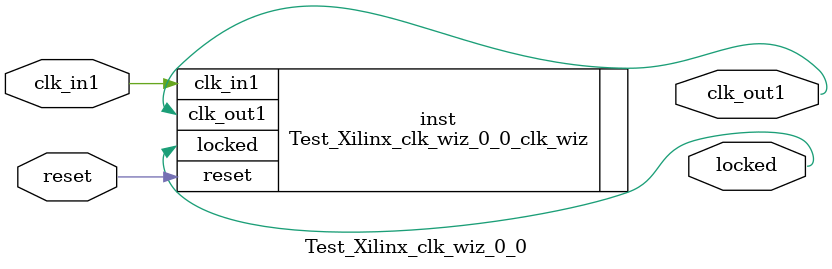
<source format=v>


`timescale 1ps/1ps

(* CORE_GENERATION_INFO = "Test_Xilinx_clk_wiz_0_0,clk_wiz_v6_0_10_0_0,{component_name=Test_Xilinx_clk_wiz_0_0,use_phase_alignment=true,use_min_o_jitter=false,use_max_i_jitter=false,use_dyn_phase_shift=false,use_inclk_switchover=false,use_dyn_reconfig=false,enable_axi=0,feedback_source=FDBK_AUTO,PRIMITIVE=MMCM,num_out_clk=1,clkin1_period=10.000,clkin2_period=10.000,use_power_down=false,use_reset=true,use_locked=true,use_inclk_stopped=false,feedback_type=SINGLE,CLOCK_MGR_TYPE=NA,manual_override=false}" *)

module Test_Xilinx_clk_wiz_0_0 
 (
  // Clock out ports
  output        clk_out1,
  // Status and control signals
  input         reset,
  output        locked,
 // Clock in ports
  input         clk_in1
 );

  Test_Xilinx_clk_wiz_0_0_clk_wiz inst
  (
  // Clock out ports  
  .clk_out1(clk_out1),
  // Status and control signals               
  .reset(reset), 
  .locked(locked),
 // Clock in ports
  .clk_in1(clk_in1)
  );

endmodule

</source>
